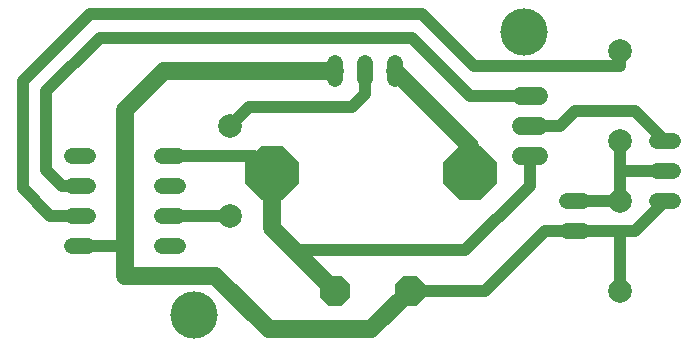
<source format=gbr>
G04 EAGLE Gerber RS-274X export*
G75*
%MOMM*%
%FSLAX34Y34*%
%LPD*%
%INBottom Copper*%
%IPPOS*%
%AMOC8*
5,1,8,0,0,1.08239X$1,22.5*%
G01*
%ADD10C,1.320800*%
%ADD11C,1.524000*%
%ADD12P,4.870755X8X292.500000*%
%ADD13C,2.000000*%
%ADD14P,2.749271X8X22.500000*%
%ADD15C,1.000000*%
%ADD16C,1.500000*%
%ADD17C,0.756400*%
%ADD18C,4.000000*%


D10*
X475996Y127000D02*
X489204Y127000D01*
X489204Y101600D02*
X475996Y101600D01*
X70104Y165100D02*
X56896Y165100D01*
X56896Y139700D02*
X70104Y139700D01*
X133096Y139700D02*
X146304Y139700D01*
X146304Y165100D02*
X133096Y165100D01*
X70104Y114300D02*
X56896Y114300D01*
X56896Y88900D02*
X70104Y88900D01*
X133096Y114300D02*
X146304Y114300D01*
X146304Y88900D02*
X133096Y88900D01*
D11*
X436880Y215900D02*
X452120Y215900D01*
X452120Y190500D02*
X436880Y190500D01*
X436880Y165100D02*
X452120Y165100D01*
D12*
X226500Y150000D03*
X393500Y150000D03*
D10*
X552196Y127000D02*
X565404Y127000D01*
X565404Y177800D02*
X552196Y177800D01*
X552196Y152400D02*
X565404Y152400D01*
X330200Y229996D02*
X330200Y243204D01*
X279400Y243204D02*
X279400Y229996D01*
X304800Y229996D02*
X304800Y243204D01*
D13*
X190500Y114300D03*
X190500Y190500D03*
X520700Y254000D03*
X520700Y177800D03*
X520700Y50800D03*
X520700Y127000D03*
D14*
X279400Y50800D03*
X342900Y50800D03*
D15*
X35292Y152708D02*
X35292Y220008D01*
X344600Y265000D02*
X393700Y215900D01*
X444500Y215900D01*
X63500Y139700D02*
X48300Y139700D01*
X35292Y152708D01*
X35292Y220008D02*
X80284Y265000D01*
X344600Y265000D01*
X190500Y114300D02*
X139700Y114300D01*
X139700Y165100D02*
X211400Y165100D01*
X226500Y150000D01*
X444500Y139700D02*
X444500Y165100D01*
X444500Y139700D02*
X389800Y85000D01*
D16*
X279400Y50800D02*
X241300Y88900D01*
X226500Y103700D01*
X226500Y150000D01*
D15*
X241300Y88900D02*
X245200Y85000D01*
X389800Y85000D01*
D17*
X211400Y165100D03*
X226500Y103700D03*
D18*
X160000Y30000D03*
X440000Y270000D03*
D15*
X558800Y127000D02*
X533400Y101600D01*
X520700Y101600D01*
X482600Y101600D01*
X520700Y101600D02*
X520700Y50800D01*
X482600Y101600D02*
X457200Y101600D01*
X406400Y50800D01*
X342900Y50800D01*
D16*
X310100Y18000D01*
X223300Y18000D02*
X177800Y63500D01*
X101600Y63500D01*
X101600Y203600D02*
X135000Y237000D01*
X279000Y237000D01*
X279400Y236600D01*
X310100Y18000D02*
X223300Y18000D01*
X101600Y63500D02*
X101600Y88900D01*
X101600Y203600D01*
D15*
X101600Y88900D02*
X63500Y88900D01*
X520700Y152400D02*
X520700Y177800D01*
X520700Y152400D02*
X520700Y127000D01*
X520700Y152400D02*
X558800Y152400D01*
X520700Y127000D02*
X482600Y127000D01*
X469900Y190500D02*
X444500Y190500D01*
X469900Y190500D02*
X482600Y203200D01*
X533400Y203200D01*
X558800Y177800D01*
X304800Y217000D02*
X304800Y236600D01*
X294300Y206500D02*
X206500Y206500D01*
X190500Y190500D01*
X294300Y206500D02*
X304800Y217000D01*
D16*
X330200Y236600D02*
X393500Y173300D01*
X393500Y150000D01*
D15*
X520700Y241300D02*
X520700Y254000D01*
X520700Y241300D02*
X397000Y241300D01*
X353300Y285000D01*
X72000Y285000D02*
X15000Y228000D01*
X15000Y137400D02*
X38100Y114300D01*
X63500Y114300D01*
X72000Y285000D02*
X353300Y285000D01*
X15000Y228000D02*
X15000Y137400D01*
M02*

</source>
